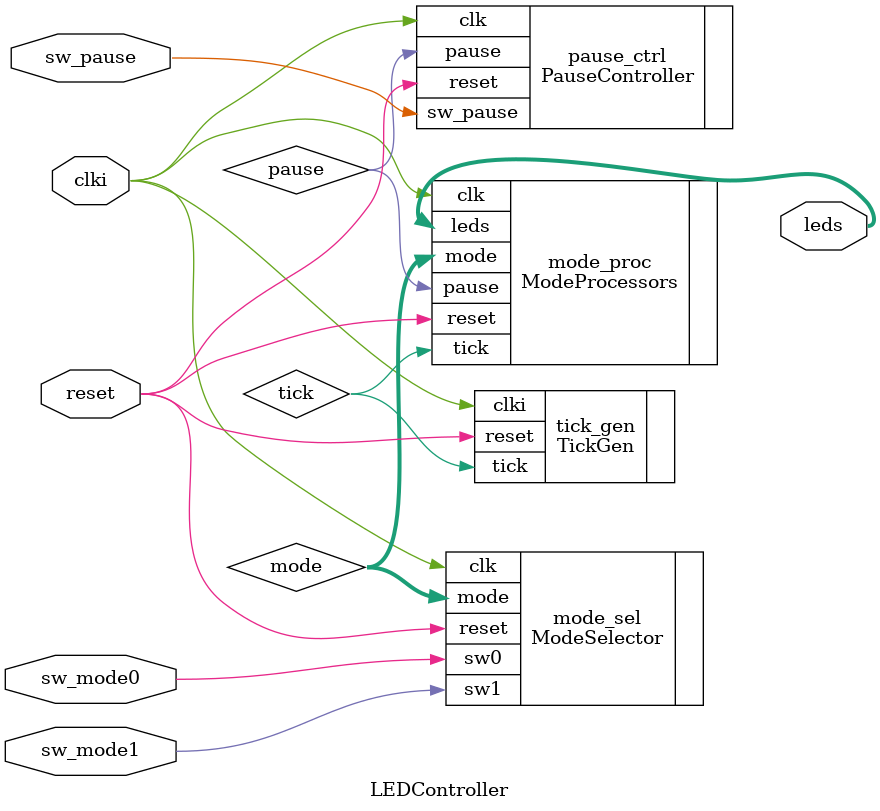
<source format=v>
`timescale 1ns / 1ps
module LEDController
#(parameter TICK_FREQ = 50000000)  // 1 Hz tick (50MHz/50M = 1Hz)
(
    input  wire clki,         // 50 MHz clock
    input  wire reset,
    input  wire sw_mode0,     // SW chọn MODE bit 0
    input  wire sw_mode1,     // SW chọn MODE bit 1
    input  wire sw_pause,     // SW tạm dừng
    output wire [7:0] leds    // 8 LED output
);
    wire tick;
    wire [1:0] mode;
    wire pause;

    // Module tạo tick
    TickGen #(.M(TICK_FREQ)) tick_gen(
        .clki(clki),
        .reset(reset),
        .tick(tick)
    );
    
    // Module chọn MODE
    ModeSelector mode_sel(
        .clk(clki),
        .reset(reset),
        .sw0(sw_mode0),
        .sw1(sw_mode1),
        .mode(mode)
    );
	 
    // Module xử lý tạm dừng
    PauseController pause_ctrl(
        .clk(clki),
        .reset(reset),
        .sw_pause(sw_pause),
        .pause(pause)
    );
    
    // Module xử lý các MODE
    ModeProcessors mode_proc(
        .clk(clki),
        .reset(reset),
        .tick(tick),
        .pause(pause),
        .mode(mode),
        .leds(leds)
    );
endmodule

</source>
